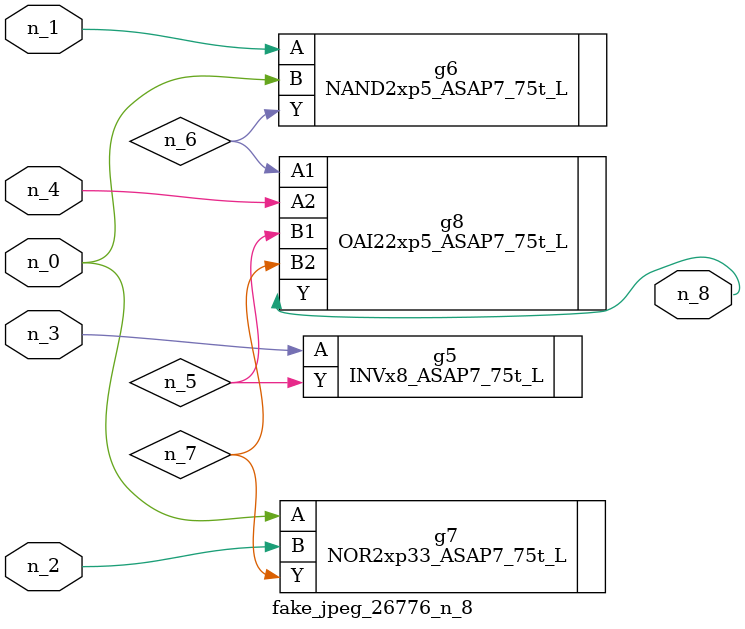
<source format=v>
module fake_jpeg_26776_n_8 (n_3, n_2, n_1, n_0, n_4, n_8);

input n_3;
input n_2;
input n_1;
input n_0;
input n_4;

output n_8;

wire n_6;
wire n_5;
wire n_7;

INVx8_ASAP7_75t_L g5 ( 
.A(n_3),
.Y(n_5)
);

NAND2xp5_ASAP7_75t_L g6 ( 
.A(n_1),
.B(n_0),
.Y(n_6)
);

NOR2xp33_ASAP7_75t_L g7 ( 
.A(n_0),
.B(n_2),
.Y(n_7)
);

OAI22xp5_ASAP7_75t_L g8 ( 
.A1(n_6),
.A2(n_4),
.B1(n_5),
.B2(n_7),
.Y(n_8)
);


endmodule
</source>
